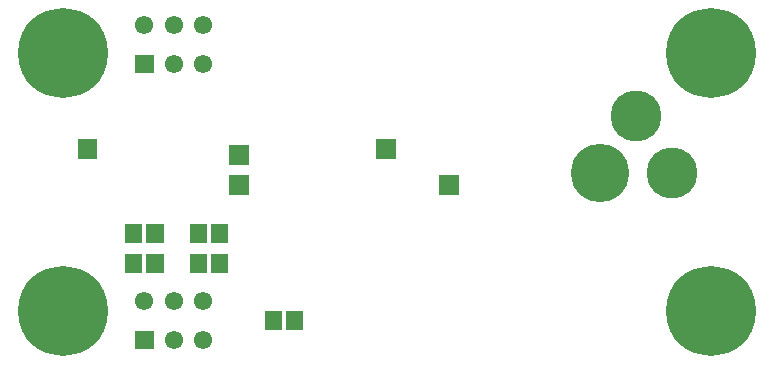
<source format=gbr>
G04 start of page 6 for group -4063 idx -4063 *
G04 Title: (unknown), componentmask *
G04 Creator: pcb 20140316 *
G04 CreationDate: Tue 13 Dec 2016 03:17:30 AM GMT UTC *
G04 For: railfan *
G04 Format: Gerber/RS-274X *
G04 PCB-Dimensions (mil): 2500.00 1200.00 *
G04 PCB-Coordinate-Origin: lower left *
%MOIN*%
%FSLAX25Y25*%
%LNTOPMASK*%
%ADD49R,0.0572X0.0572*%
%ADD48C,0.0610*%
%ADD47C,0.1950*%
%ADD46C,0.1700*%
%ADD45C,0.0001*%
%ADD44C,0.2997*%
G54D44*X233000Y103000D03*
G54D45*G36*
X121200Y74300D02*Y67700D01*
X127800D01*
Y74300D01*
X121200D01*
G37*
G36*
X142200Y62300D02*Y55700D01*
X148800D01*
Y62300D01*
X142200D01*
G37*
G54D46*X208000Y82000D03*
G54D44*X233000Y17000D03*
G54D47*X196000Y63000D03*
G54D46*X220000D03*
G54D44*X17000Y103000D03*
G54D45*G36*
X21700Y74300D02*Y67700D01*
X28300D01*
Y74300D01*
X21700D01*
G37*
G36*
X40950Y102558D02*Y96458D01*
X47050D01*
Y102558D01*
X40950D01*
G37*
G54D48*X44000Y112500D03*
G54D44*X17000Y17000D03*
G54D45*G36*
X72200Y72300D02*Y65700D01*
X78800D01*
Y72300D01*
X72200D01*
G37*
G36*
Y62300D02*Y55700D01*
X78800D01*
Y62300D01*
X72200D01*
G37*
G54D48*X53843Y99508D03*
X63685D03*
X53843Y112500D03*
X63685D03*
G54D45*G36*
X40950Y10550D02*Y4450D01*
X47050D01*
Y10550D01*
X40950D01*
G37*
G54D48*X53843Y7500D03*
X63685D03*
X44000Y20492D03*
X53843D03*
X63685D03*
G54D49*X47543Y33393D02*Y32607D01*
X40457Y33393D02*Y32607D01*
X47543Y43393D02*Y42607D01*
X40457Y43393D02*Y42607D01*
X87000Y14393D02*Y13607D01*
X94086Y14393D02*Y13607D01*
X69043Y43393D02*Y42607D01*
X61957Y43393D02*Y42607D01*
X69043Y33393D02*Y32607D01*
X61957Y33393D02*Y32607D01*
M02*

</source>
